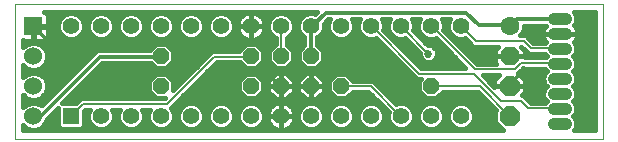
<source format=gtl>
G75*
%MOIN*%
%OFA0B0*%
%FSLAX25Y25*%
%IPPOS*%
%LPD*%
%AMOC8*
5,1,8,0,0,1.08239X$1,22.5*
%
%ADD10C,0.00000*%
%ADD11R,0.05600X0.05600*%
%ADD12C,0.05600*%
%ADD13OC8,0.05200*%
%ADD14OC8,0.06300*%
%ADD15C,0.06300*%
%ADD16OC8,0.06600*%
%ADD17R,0.06000X0.06000*%
%ADD18C,0.06000*%
%ADD19C,0.04000*%
%ADD20C,0.01400*%
%ADD21C,0.02700*%
%ADD22C,0.01600*%
%ADD23C,0.00700*%
D10*
X0042595Y0003750D02*
X0042595Y0048750D01*
X0238845Y0048750D01*
X0238845Y0003750D01*
X0042595Y0003750D01*
D11*
X0061345Y0011250D03*
D12*
X0071345Y0011250D03*
X0081345Y0011250D03*
X0091345Y0011250D03*
X0101345Y0011250D03*
X0111345Y0011250D03*
X0121345Y0011250D03*
X0131345Y0011250D03*
X0141345Y0011250D03*
X0151345Y0011250D03*
X0161345Y0011250D03*
X0171345Y0011250D03*
X0181345Y0011250D03*
X0191345Y0011250D03*
X0191345Y0041250D03*
X0181345Y0041250D03*
X0171345Y0041250D03*
X0161345Y0041250D03*
X0151345Y0041250D03*
X0141345Y0041250D03*
X0131345Y0041250D03*
X0121345Y0041250D03*
X0111345Y0041250D03*
X0101345Y0041250D03*
X0091345Y0041250D03*
X0081345Y0041250D03*
X0071345Y0041250D03*
X0061345Y0041250D03*
D13*
X0091345Y0031250D03*
X0091345Y0021250D03*
X0121345Y0021250D03*
X0131345Y0021250D03*
X0141345Y0021250D03*
X0151345Y0021250D03*
X0141345Y0031250D03*
X0131345Y0031250D03*
X0121345Y0031250D03*
X0181345Y0021250D03*
D14*
X0207595Y0031250D03*
D15*
X0207595Y0041250D03*
D16*
X0207595Y0021250D03*
X0207595Y0011250D03*
D17*
X0048845Y0041250D03*
D18*
X0048845Y0031250D03*
X0048845Y0021250D03*
X0048845Y0011250D03*
D19*
X0222345Y0008750D02*
X0226345Y0008750D01*
X0226345Y0013750D02*
X0222345Y0013750D01*
X0222345Y0018750D02*
X0226345Y0018750D01*
X0226345Y0023750D02*
X0222345Y0023750D01*
X0222345Y0028750D02*
X0226345Y0028750D01*
X0226345Y0033750D02*
X0222345Y0033750D01*
X0222345Y0038750D02*
X0226345Y0038750D01*
X0226345Y0043750D02*
X0222345Y0043750D01*
D20*
X0226345Y0043750D02*
X0226345Y0043650D01*
X0209895Y0043650D01*
X0207795Y0041550D01*
X0207595Y0041250D01*
X0207095Y0041550D01*
X0197295Y0041550D01*
X0193095Y0045750D01*
X0146195Y0045750D01*
X0141995Y0041550D01*
X0141345Y0041250D01*
X0141295Y0041200D01*
X0141295Y0031400D01*
X0141345Y0031250D01*
X0130795Y0021600D02*
X0126395Y0026000D01*
X0126395Y0031950D01*
X0121695Y0036650D01*
X0121345Y0036300D01*
X0054495Y0036300D01*
X0054145Y0035950D01*
X0048845Y0041250D01*
X0054145Y0035950D02*
X0054145Y0032450D01*
X0070895Y0031050D02*
X0091245Y0031050D01*
X0091345Y0031250D01*
X0070895Y0031050D02*
X0051295Y0011450D01*
X0048895Y0011450D01*
X0048845Y0011250D01*
X0121345Y0037000D02*
X0121695Y0036650D01*
X0121345Y0037000D02*
X0121345Y0041250D01*
X0130795Y0021600D02*
X0131345Y0021250D01*
X0131495Y0020900D01*
X0131495Y0011450D01*
X0131345Y0011250D01*
X0131345Y0021250D02*
X0141345Y0021250D01*
X0207595Y0021250D02*
X0207795Y0021250D01*
X0207795Y0021950D01*
X0212345Y0026500D01*
D21*
X0212345Y0026500D03*
X0180495Y0032100D03*
X0175395Y0032450D03*
X0054145Y0032450D03*
D22*
X0053345Y0032145D02*
X0052660Y0033799D01*
X0051394Y0035065D01*
X0049740Y0035750D01*
X0047950Y0035750D01*
X0046296Y0035065D01*
X0045395Y0034164D01*
X0045395Y0036507D01*
X0045608Y0036450D01*
X0048645Y0036450D01*
X0048645Y0041050D01*
X0049045Y0041050D01*
X0049045Y0036450D01*
X0052082Y0036450D01*
X0052540Y0036573D01*
X0052950Y0036810D01*
X0053285Y0037145D01*
X0053522Y0037555D01*
X0053645Y0038013D01*
X0053645Y0041050D01*
X0049045Y0041050D01*
X0049045Y0041450D01*
X0053645Y0041450D01*
X0053645Y0044487D01*
X0053522Y0044945D01*
X0053285Y0045355D01*
X0052950Y0045690D01*
X0052540Y0045927D01*
X0052455Y0045950D01*
X0143284Y0045950D01*
X0142684Y0045350D01*
X0142200Y0045550D01*
X0140490Y0045550D01*
X0138909Y0044895D01*
X0137700Y0043686D01*
X0137045Y0042105D01*
X0137045Y0040395D01*
X0137700Y0038814D01*
X0138909Y0037605D01*
X0139095Y0037528D01*
X0139095Y0034798D01*
X0137245Y0032948D01*
X0137245Y0029552D01*
X0139647Y0027150D01*
X0143043Y0027150D01*
X0145445Y0029552D01*
X0145445Y0032948D01*
X0143495Y0034898D01*
X0143495Y0037486D01*
X0143781Y0037605D01*
X0144990Y0038814D01*
X0145645Y0040395D01*
X0145645Y0042089D01*
X0147106Y0043550D01*
X0147644Y0043550D01*
X0147045Y0042105D01*
X0147045Y0040395D01*
X0147700Y0038814D01*
X0148909Y0037605D01*
X0150490Y0036950D01*
X0152200Y0036950D01*
X0153781Y0037605D01*
X0154990Y0038814D01*
X0155645Y0040395D01*
X0155645Y0042105D01*
X0155047Y0043550D01*
X0157644Y0043550D01*
X0157045Y0042105D01*
X0157045Y0040395D01*
X0157700Y0038814D01*
X0158909Y0037605D01*
X0160490Y0036950D01*
X0162200Y0036950D01*
X0162928Y0037251D01*
X0176579Y0023600D01*
X0177897Y0023600D01*
X0177245Y0022948D01*
X0177245Y0019552D01*
X0179647Y0017150D01*
X0183043Y0017150D01*
X0185293Y0019400D01*
X0196879Y0019400D01*
X0202918Y0013361D01*
X0202795Y0013238D01*
X0202795Y0009262D01*
X0205507Y0006550D01*
X0045395Y0006550D01*
X0045395Y0008336D01*
X0046296Y0007435D01*
X0047950Y0006750D01*
X0049740Y0006750D01*
X0051394Y0007435D01*
X0052660Y0008701D01*
X0053345Y0010355D01*
X0053345Y0010389D01*
X0057045Y0014089D01*
X0057045Y0007829D01*
X0057924Y0006950D01*
X0064766Y0006950D01*
X0065645Y0007829D01*
X0065645Y0012984D01*
X0066111Y0013450D01*
X0067602Y0013450D01*
X0067045Y0012105D01*
X0067045Y0010395D01*
X0067700Y0008814D01*
X0068909Y0007605D01*
X0070490Y0006950D01*
X0072200Y0006950D01*
X0073781Y0007605D01*
X0074990Y0008814D01*
X0075645Y0010395D01*
X0075645Y0012105D01*
X0075088Y0013450D01*
X0077602Y0013450D01*
X0077045Y0012105D01*
X0077045Y0010395D01*
X0077700Y0008814D01*
X0078909Y0007605D01*
X0080490Y0006950D01*
X0082200Y0006950D01*
X0083781Y0007605D01*
X0084990Y0008814D01*
X0085645Y0010395D01*
X0085645Y0012105D01*
X0085088Y0013450D01*
X0087602Y0013450D01*
X0087045Y0012105D01*
X0087045Y0010395D01*
X0087700Y0008814D01*
X0088909Y0007605D01*
X0090490Y0006950D01*
X0092200Y0006950D01*
X0093781Y0007605D01*
X0094990Y0008814D01*
X0095645Y0010395D01*
X0095645Y0012105D01*
X0094990Y0013686D01*
X0094694Y0013982D01*
X0095245Y0014534D01*
X0109911Y0029200D01*
X0117597Y0029200D01*
X0119647Y0027150D01*
X0123043Y0027150D01*
X0125445Y0029552D01*
X0125445Y0032948D01*
X0123043Y0035350D01*
X0119647Y0035350D01*
X0117245Y0032948D01*
X0117245Y0032900D01*
X0108379Y0032900D01*
X0095445Y0019966D01*
X0095445Y0022948D01*
X0093043Y0025350D01*
X0089647Y0025350D01*
X0087245Y0022948D01*
X0087245Y0019552D01*
X0089647Y0017150D01*
X0092629Y0017150D01*
X0092629Y0017150D01*
X0064579Y0017150D01*
X0062979Y0015550D01*
X0058506Y0015550D01*
X0071806Y0028850D01*
X0087947Y0028850D01*
X0089647Y0027150D01*
X0093043Y0027150D01*
X0095445Y0029552D01*
X0095445Y0032948D01*
X0093043Y0035350D01*
X0089647Y0035350D01*
X0087547Y0033250D01*
X0069984Y0033250D01*
X0068695Y0031961D01*
X0051596Y0014863D01*
X0051394Y0015065D01*
X0049740Y0015750D01*
X0047950Y0015750D01*
X0046296Y0015065D01*
X0045395Y0014164D01*
X0045395Y0018336D01*
X0046296Y0017435D01*
X0047950Y0016750D01*
X0049740Y0016750D01*
X0051394Y0017435D01*
X0052660Y0018701D01*
X0053345Y0020355D01*
X0053345Y0022145D01*
X0052660Y0023799D01*
X0051394Y0025065D01*
X0049740Y0025750D01*
X0047950Y0025750D01*
X0046296Y0025065D01*
X0045395Y0024164D01*
X0045395Y0028336D01*
X0046296Y0027435D01*
X0047950Y0026750D01*
X0049740Y0026750D01*
X0051394Y0027435D01*
X0052660Y0028701D01*
X0053345Y0030355D01*
X0053345Y0032145D01*
X0053189Y0032523D02*
X0069257Y0032523D01*
X0067659Y0030925D02*
X0053345Y0030925D01*
X0052919Y0029326D02*
X0066060Y0029326D01*
X0064462Y0027728D02*
X0051687Y0027728D01*
X0046003Y0027728D02*
X0045395Y0027728D01*
X0045395Y0026129D02*
X0062863Y0026129D01*
X0061265Y0024531D02*
X0051928Y0024531D01*
X0053019Y0022932D02*
X0059666Y0022932D01*
X0058068Y0021334D02*
X0053345Y0021334D01*
X0053088Y0019735D02*
X0056469Y0019735D01*
X0054870Y0018137D02*
X0052096Y0018137D01*
X0053272Y0016538D02*
X0045395Y0016538D01*
X0045395Y0018137D02*
X0045595Y0018137D01*
X0045395Y0014940D02*
X0046171Y0014940D01*
X0051520Y0014940D02*
X0051673Y0014940D01*
X0056297Y0013341D02*
X0057045Y0013341D01*
X0057045Y0011743D02*
X0054699Y0011743D01*
X0053258Y0010144D02*
X0057045Y0010144D01*
X0057045Y0008546D02*
X0052505Y0008546D01*
X0050216Y0006947D02*
X0129702Y0006947D01*
X0129579Y0006987D02*
X0130268Y0006763D01*
X0130983Y0006650D01*
X0131345Y0006650D01*
X0131345Y0011250D01*
X0131345Y0011250D01*
X0126745Y0011250D01*
X0126745Y0011612D01*
X0126858Y0012327D01*
X0127082Y0013016D01*
X0127411Y0013661D01*
X0127836Y0014247D01*
X0128348Y0014759D01*
X0128934Y0015184D01*
X0129579Y0015513D01*
X0130268Y0015737D01*
X0130983Y0015850D01*
X0131345Y0015850D01*
X0131345Y0011250D01*
X0126745Y0011250D01*
X0126745Y0010888D01*
X0126858Y0010173D01*
X0127082Y0009484D01*
X0127411Y0008839D01*
X0127836Y0008253D01*
X0128348Y0007741D01*
X0128934Y0007316D01*
X0129579Y0006987D01*
X0131345Y0006947D02*
X0131345Y0006947D01*
X0131345Y0006650D02*
X0131707Y0006650D01*
X0132422Y0006763D01*
X0133111Y0006987D01*
X0133756Y0007316D01*
X0134342Y0007741D01*
X0134854Y0008253D01*
X0135279Y0008839D01*
X0135608Y0009484D01*
X0135832Y0010173D01*
X0135945Y0010888D01*
X0135945Y0011250D01*
X0135945Y0011612D01*
X0135832Y0012327D01*
X0135608Y0013016D01*
X0135279Y0013661D01*
X0134854Y0014247D01*
X0134342Y0014759D01*
X0133756Y0015184D01*
X0133111Y0015513D01*
X0132422Y0015737D01*
X0131707Y0015850D01*
X0131345Y0015850D01*
X0131345Y0011250D01*
X0131345Y0011250D01*
X0131345Y0011250D01*
X0131345Y0006650D01*
X0132988Y0006947D02*
X0205110Y0006947D01*
X0203511Y0008546D02*
X0194722Y0008546D01*
X0194990Y0008814D02*
X0195645Y0010395D01*
X0195645Y0012105D01*
X0194990Y0013686D01*
X0193781Y0014895D01*
X0192200Y0015550D01*
X0190490Y0015550D01*
X0188909Y0014895D01*
X0187700Y0013686D01*
X0187045Y0012105D01*
X0187045Y0010395D01*
X0187700Y0008814D01*
X0188909Y0007605D01*
X0190490Y0006950D01*
X0192200Y0006950D01*
X0193781Y0007605D01*
X0194990Y0008814D01*
X0195541Y0010144D02*
X0202795Y0010144D01*
X0202795Y0011743D02*
X0195645Y0011743D01*
X0195133Y0013341D02*
X0202898Y0013341D01*
X0201339Y0014940D02*
X0193674Y0014940D01*
X0189016Y0014940D02*
X0183674Y0014940D01*
X0183781Y0014895D02*
X0182200Y0015550D01*
X0180490Y0015550D01*
X0178909Y0014895D01*
X0177700Y0013686D01*
X0177045Y0012105D01*
X0177045Y0010395D01*
X0177700Y0008814D01*
X0178909Y0007605D01*
X0180490Y0006950D01*
X0182200Y0006950D01*
X0183781Y0007605D01*
X0184990Y0008814D01*
X0185645Y0010395D01*
X0185645Y0012105D01*
X0184990Y0013686D01*
X0183781Y0014895D01*
X0185133Y0013341D02*
X0187557Y0013341D01*
X0187045Y0011743D02*
X0185645Y0011743D01*
X0185541Y0010144D02*
X0187149Y0010144D01*
X0187968Y0008546D02*
X0184722Y0008546D01*
X0177968Y0008546D02*
X0174722Y0008546D01*
X0174990Y0008814D02*
X0175645Y0010395D01*
X0175645Y0012105D01*
X0174990Y0013686D01*
X0173781Y0014895D01*
X0172200Y0015550D01*
X0170490Y0015550D01*
X0169833Y0015278D01*
X0162011Y0023100D01*
X0155293Y0023100D01*
X0153043Y0025350D01*
X0149647Y0025350D01*
X0147245Y0022948D01*
X0147245Y0019552D01*
X0149647Y0017150D01*
X0153043Y0017150D01*
X0155293Y0019400D01*
X0160479Y0019400D01*
X0167258Y0012620D01*
X0167045Y0012105D01*
X0167045Y0010395D01*
X0167700Y0008814D01*
X0168909Y0007605D01*
X0170490Y0006950D01*
X0172200Y0006950D01*
X0173781Y0007605D01*
X0174990Y0008814D01*
X0175541Y0010144D02*
X0177149Y0010144D01*
X0177045Y0011743D02*
X0175645Y0011743D01*
X0175133Y0013341D02*
X0177557Y0013341D01*
X0179016Y0014940D02*
X0173674Y0014940D01*
X0168573Y0016538D02*
X0199741Y0016538D01*
X0198142Y0018137D02*
X0184030Y0018137D01*
X0178660Y0018137D02*
X0166975Y0018137D01*
X0165376Y0019735D02*
X0177245Y0019735D01*
X0177245Y0021334D02*
X0163778Y0021334D01*
X0162179Y0022932D02*
X0177245Y0022932D01*
X0175648Y0024531D02*
X0153863Y0024531D01*
X0148828Y0024531D02*
X0144287Y0024531D01*
X0143168Y0025650D02*
X0141345Y0025650D01*
X0139523Y0025650D01*
X0136945Y0023073D01*
X0136945Y0021250D01*
X0141345Y0021250D01*
X0141345Y0021250D01*
X0136945Y0021250D01*
X0136945Y0019427D01*
X0139523Y0016850D01*
X0141345Y0016850D01*
X0141345Y0021250D01*
X0141345Y0025650D01*
X0141345Y0021250D01*
X0141345Y0021250D01*
X0141345Y0021250D01*
X0141345Y0016850D01*
X0143168Y0016850D01*
X0145745Y0019427D01*
X0145745Y0021250D01*
X0145745Y0023073D01*
X0143168Y0025650D01*
X0141345Y0024531D02*
X0141345Y0024531D01*
X0138403Y0024531D02*
X0134287Y0024531D01*
X0133168Y0025650D02*
X0131345Y0025650D01*
X0129523Y0025650D01*
X0126945Y0023073D01*
X0126945Y0021250D01*
X0131345Y0021250D01*
X0131345Y0021250D01*
X0126945Y0021250D01*
X0126945Y0019427D01*
X0129523Y0016850D01*
X0131345Y0016850D01*
X0131345Y0021250D01*
X0131345Y0025650D01*
X0131345Y0021250D01*
X0131345Y0021250D01*
X0131345Y0021250D01*
X0131345Y0016850D01*
X0133168Y0016850D01*
X0135745Y0019427D01*
X0135745Y0021250D01*
X0135745Y0023073D01*
X0133168Y0025650D01*
X0133043Y0027150D02*
X0129647Y0027150D01*
X0127245Y0029552D01*
X0127245Y0032948D01*
X0129645Y0035348D01*
X0129645Y0037300D01*
X0128909Y0037605D01*
X0127700Y0038814D01*
X0127045Y0040395D01*
X0127045Y0042105D01*
X0127700Y0043686D01*
X0128909Y0044895D01*
X0130490Y0045550D01*
X0132200Y0045550D01*
X0133781Y0044895D01*
X0134990Y0043686D01*
X0135645Y0042105D01*
X0135645Y0040395D01*
X0134990Y0038814D01*
X0133781Y0037605D01*
X0133345Y0037424D01*
X0133345Y0035048D01*
X0135445Y0032948D01*
X0135445Y0029552D01*
X0133043Y0027150D01*
X0133621Y0027728D02*
X0139069Y0027728D01*
X0137471Y0029326D02*
X0135220Y0029326D01*
X0135445Y0030925D02*
X0137245Y0030925D01*
X0137245Y0032523D02*
X0135445Y0032523D01*
X0134272Y0034122D02*
X0138419Y0034122D01*
X0139095Y0035720D02*
X0133345Y0035720D01*
X0133345Y0037319D02*
X0139095Y0037319D01*
X0137657Y0038917D02*
X0135033Y0038917D01*
X0135645Y0040516D02*
X0137045Y0040516D01*
X0137049Y0042114D02*
X0135641Y0042114D01*
X0134963Y0043713D02*
X0137727Y0043713D01*
X0139914Y0045311D02*
X0132777Y0045311D01*
X0129914Y0045311D02*
X0123507Y0045311D01*
X0123756Y0045184D02*
X0123111Y0045513D01*
X0122422Y0045737D01*
X0121707Y0045850D01*
X0121345Y0045850D01*
X0120983Y0045850D01*
X0120268Y0045737D01*
X0119579Y0045513D01*
X0118934Y0045184D01*
X0118348Y0044759D01*
X0117836Y0044247D01*
X0117411Y0043661D01*
X0117082Y0043016D01*
X0116858Y0042327D01*
X0116745Y0041612D01*
X0116745Y0041250D01*
X0121345Y0041250D01*
X0121345Y0041250D01*
X0116745Y0041250D01*
X0116745Y0040888D01*
X0116858Y0040173D01*
X0117082Y0039484D01*
X0117411Y0038839D01*
X0117836Y0038253D01*
X0118348Y0037741D01*
X0118934Y0037316D01*
X0119579Y0036987D01*
X0120268Y0036763D01*
X0120983Y0036650D01*
X0121345Y0036650D01*
X0121345Y0041250D01*
X0121345Y0045850D01*
X0121345Y0041250D01*
X0121345Y0041250D01*
X0121345Y0041250D01*
X0121345Y0036650D01*
X0121707Y0036650D01*
X0122422Y0036763D01*
X0123111Y0036987D01*
X0123756Y0037316D01*
X0124342Y0037741D01*
X0124854Y0038253D01*
X0125279Y0038839D01*
X0125608Y0039484D01*
X0125832Y0040173D01*
X0125945Y0040888D01*
X0125945Y0041250D01*
X0125945Y0041612D01*
X0125832Y0042327D01*
X0125608Y0043016D01*
X0125279Y0043661D01*
X0124854Y0044247D01*
X0124342Y0044759D01*
X0123756Y0045184D01*
X0125242Y0043713D02*
X0127727Y0043713D01*
X0127049Y0042114D02*
X0125866Y0042114D01*
X0125945Y0041250D02*
X0121345Y0041250D01*
X0121345Y0041250D01*
X0125945Y0041250D01*
X0125886Y0040516D02*
X0127045Y0040516D01*
X0127657Y0038917D02*
X0125319Y0038917D01*
X0123760Y0037319D02*
X0129600Y0037319D01*
X0129645Y0035720D02*
X0049812Y0035720D01*
X0049045Y0037319D02*
X0048645Y0037319D01*
X0047878Y0035720D02*
X0045395Y0035720D01*
X0052337Y0034122D02*
X0088419Y0034122D01*
X0094272Y0034122D02*
X0118419Y0034122D01*
X0124272Y0034122D02*
X0128419Y0034122D01*
X0127245Y0032523D02*
X0125445Y0032523D01*
X0125445Y0030925D02*
X0127245Y0030925D01*
X0127471Y0029326D02*
X0125220Y0029326D01*
X0123621Y0027728D02*
X0129069Y0027728D01*
X0125445Y0022948D02*
X0123043Y0025350D01*
X0119647Y0025350D01*
X0117245Y0022948D01*
X0117245Y0019552D01*
X0119647Y0017150D01*
X0123043Y0017150D01*
X0125445Y0019552D01*
X0125445Y0022948D01*
X0125445Y0022932D02*
X0126945Y0022932D01*
X0126945Y0021334D02*
X0125445Y0021334D01*
X0125445Y0019735D02*
X0126945Y0019735D01*
X0128236Y0018137D02*
X0124030Y0018137D01*
X0122200Y0015550D02*
X0120490Y0015550D01*
X0118909Y0014895D01*
X0117700Y0013686D01*
X0117045Y0012105D01*
X0117045Y0010395D01*
X0117700Y0008814D01*
X0118909Y0007605D01*
X0120490Y0006950D01*
X0122200Y0006950D01*
X0123781Y0007605D01*
X0124990Y0008814D01*
X0125645Y0010395D01*
X0125645Y0012105D01*
X0124990Y0013686D01*
X0123781Y0014895D01*
X0122200Y0015550D01*
X0123674Y0014940D02*
X0128597Y0014940D01*
X0127248Y0013341D02*
X0125133Y0013341D01*
X0125645Y0011743D02*
X0126766Y0011743D01*
X0126868Y0010144D02*
X0125541Y0010144D01*
X0124722Y0008546D02*
X0127624Y0008546D01*
X0131345Y0008546D02*
X0131345Y0008546D01*
X0135066Y0008546D02*
X0137968Y0008546D01*
X0137700Y0008814D02*
X0138909Y0007605D01*
X0140490Y0006950D01*
X0142200Y0006950D01*
X0143781Y0007605D01*
X0144990Y0008814D01*
X0145645Y0010395D01*
X0145645Y0012105D01*
X0144990Y0013686D01*
X0143781Y0014895D01*
X0142200Y0015550D01*
X0140490Y0015550D01*
X0138909Y0014895D01*
X0137700Y0013686D01*
X0137045Y0012105D01*
X0137045Y0010395D01*
X0137700Y0008814D01*
X0137149Y0010144D02*
X0135823Y0010144D01*
X0135945Y0011250D02*
X0131345Y0011250D01*
X0135945Y0011250D01*
X0135924Y0011743D02*
X0137045Y0011743D01*
X0137557Y0013341D02*
X0135442Y0013341D01*
X0134093Y0014940D02*
X0139016Y0014940D01*
X0143674Y0014940D02*
X0149016Y0014940D01*
X0148909Y0014895D02*
X0147700Y0013686D01*
X0147045Y0012105D01*
X0147045Y0010395D01*
X0147700Y0008814D01*
X0148909Y0007605D01*
X0150490Y0006950D01*
X0152200Y0006950D01*
X0153781Y0007605D01*
X0154990Y0008814D01*
X0155645Y0010395D01*
X0155645Y0012105D01*
X0154990Y0013686D01*
X0153781Y0014895D01*
X0152200Y0015550D01*
X0150490Y0015550D01*
X0148909Y0014895D01*
X0147557Y0013341D02*
X0145133Y0013341D01*
X0145645Y0011743D02*
X0147045Y0011743D01*
X0147149Y0010144D02*
X0145541Y0010144D01*
X0144722Y0008546D02*
X0147968Y0008546D01*
X0154722Y0008546D02*
X0157968Y0008546D01*
X0157700Y0008814D02*
X0158909Y0007605D01*
X0160490Y0006950D01*
X0162200Y0006950D01*
X0163781Y0007605D01*
X0164990Y0008814D01*
X0165645Y0010395D01*
X0165645Y0012105D01*
X0164990Y0013686D01*
X0163781Y0014895D01*
X0162200Y0015550D01*
X0160490Y0015550D01*
X0158909Y0014895D01*
X0157700Y0013686D01*
X0157045Y0012105D01*
X0157045Y0010395D01*
X0157700Y0008814D01*
X0157149Y0010144D02*
X0155541Y0010144D01*
X0155645Y0011743D02*
X0157045Y0011743D01*
X0157557Y0013341D02*
X0155133Y0013341D01*
X0153674Y0014940D02*
X0159016Y0014940D01*
X0163674Y0014940D02*
X0164939Y0014940D01*
X0165133Y0013341D02*
X0166538Y0013341D01*
X0167045Y0011743D02*
X0165645Y0011743D01*
X0165541Y0010144D02*
X0167149Y0010144D01*
X0167968Y0008546D02*
X0164722Y0008546D01*
X0163341Y0016538D02*
X0097250Y0016538D01*
X0098848Y0018137D02*
X0118660Y0018137D01*
X0117245Y0019735D02*
X0100447Y0019735D01*
X0102045Y0021334D02*
X0117245Y0021334D01*
X0117245Y0022932D02*
X0103644Y0022932D01*
X0098411Y0022932D02*
X0095445Y0022932D01*
X0095445Y0021334D02*
X0096812Y0021334D01*
X0093863Y0024531D02*
X0100010Y0024531D01*
X0101608Y0026129D02*
X0069086Y0026129D01*
X0067487Y0024531D02*
X0088828Y0024531D01*
X0087245Y0022932D02*
X0065889Y0022932D01*
X0064290Y0021334D02*
X0087245Y0021334D01*
X0087245Y0019735D02*
X0062692Y0019735D01*
X0061093Y0018137D02*
X0088660Y0018137D01*
X0095651Y0014940D02*
X0099016Y0014940D01*
X0098909Y0014895D02*
X0097700Y0013686D01*
X0097045Y0012105D01*
X0097045Y0010395D01*
X0097700Y0008814D01*
X0098909Y0007605D01*
X0100490Y0006950D01*
X0102200Y0006950D01*
X0103781Y0007605D01*
X0104990Y0008814D01*
X0105645Y0010395D01*
X0105645Y0012105D01*
X0104990Y0013686D01*
X0103781Y0014895D01*
X0102200Y0015550D01*
X0100490Y0015550D01*
X0098909Y0014895D01*
X0097557Y0013341D02*
X0095133Y0013341D01*
X0095645Y0011743D02*
X0097045Y0011743D01*
X0097149Y0010144D02*
X0095541Y0010144D01*
X0094722Y0008546D02*
X0097968Y0008546D01*
X0104722Y0008546D02*
X0107968Y0008546D01*
X0107700Y0008814D02*
X0108909Y0007605D01*
X0110490Y0006950D01*
X0112200Y0006950D01*
X0113781Y0007605D01*
X0114990Y0008814D01*
X0115645Y0010395D01*
X0115645Y0012105D01*
X0114990Y0013686D01*
X0113781Y0014895D01*
X0112200Y0015550D01*
X0110490Y0015550D01*
X0108909Y0014895D01*
X0107700Y0013686D01*
X0107045Y0012105D01*
X0107045Y0010395D01*
X0107700Y0008814D01*
X0107149Y0010144D02*
X0105541Y0010144D01*
X0105645Y0011743D02*
X0107045Y0011743D01*
X0107557Y0013341D02*
X0105133Y0013341D01*
X0103674Y0014940D02*
X0109016Y0014940D01*
X0113674Y0014940D02*
X0119016Y0014940D01*
X0117557Y0013341D02*
X0115133Y0013341D01*
X0115645Y0011743D02*
X0117045Y0011743D01*
X0117149Y0010144D02*
X0115541Y0010144D01*
X0114722Y0008546D02*
X0117968Y0008546D01*
X0131345Y0010144D02*
X0131345Y0010144D01*
X0131345Y0011250D02*
X0131345Y0011250D01*
X0131345Y0011743D02*
X0131345Y0011743D01*
X0131345Y0013341D02*
X0131345Y0013341D01*
X0131345Y0014940D02*
X0131345Y0014940D01*
X0131345Y0018137D02*
X0131345Y0018137D01*
X0134454Y0018137D02*
X0138236Y0018137D01*
X0141345Y0018137D02*
X0141345Y0018137D01*
X0144454Y0018137D02*
X0148660Y0018137D01*
X0147245Y0019735D02*
X0145745Y0019735D01*
X0145745Y0021250D02*
X0141345Y0021250D01*
X0145745Y0021250D01*
X0145745Y0021334D02*
X0147245Y0021334D01*
X0147245Y0022932D02*
X0145745Y0022932D01*
X0141345Y0022932D02*
X0141345Y0022932D01*
X0141345Y0021334D02*
X0141345Y0021334D01*
X0141345Y0021250D02*
X0141345Y0021250D01*
X0141345Y0019735D02*
X0141345Y0019735D01*
X0136945Y0019735D02*
X0135745Y0019735D01*
X0135745Y0021250D02*
X0131345Y0021250D01*
X0135745Y0021250D01*
X0135745Y0021334D02*
X0136945Y0021334D01*
X0136945Y0022932D02*
X0135745Y0022932D01*
X0131345Y0022932D02*
X0131345Y0022932D01*
X0131345Y0021334D02*
X0131345Y0021334D01*
X0131345Y0021250D02*
X0131345Y0021250D01*
X0131345Y0019735D02*
X0131345Y0019735D01*
X0131345Y0024531D02*
X0131345Y0024531D01*
X0128403Y0024531D02*
X0123863Y0024531D01*
X0118828Y0024531D02*
X0105242Y0024531D01*
X0106841Y0026129D02*
X0174050Y0026129D01*
X0178111Y0027300D02*
X0165461Y0039950D01*
X0165645Y0040395D01*
X0165645Y0042105D01*
X0165047Y0043550D01*
X0167644Y0043550D01*
X0167045Y0042105D01*
X0167045Y0040395D01*
X0167700Y0038814D01*
X0168909Y0037605D01*
X0170490Y0036950D01*
X0172200Y0036950D01*
X0172786Y0037193D01*
X0177645Y0032334D01*
X0177645Y0031533D01*
X0178079Y0030486D01*
X0178881Y0029684D01*
X0179928Y0029250D01*
X0181062Y0029250D01*
X0182110Y0029684D01*
X0182911Y0030486D01*
X0183345Y0031533D01*
X0183345Y0032667D01*
X0182911Y0033714D01*
X0182110Y0034516D01*
X0181062Y0034950D01*
X0180261Y0034950D01*
X0175402Y0039809D01*
X0175645Y0040395D01*
X0175645Y0042105D01*
X0175047Y0043550D01*
X0177644Y0043550D01*
X0177045Y0042105D01*
X0177045Y0040395D01*
X0177700Y0038814D01*
X0178909Y0037605D01*
X0180490Y0036950D01*
X0182200Y0036950D01*
X0182892Y0037237D01*
X0192829Y0027300D01*
X0178111Y0027300D01*
X0177684Y0027728D02*
X0192401Y0027728D01*
X0190803Y0029326D02*
X0181246Y0029326D01*
X0179744Y0029326D02*
X0176085Y0029326D01*
X0174487Y0030925D02*
X0177897Y0030925D01*
X0177456Y0032523D02*
X0172888Y0032523D01*
X0171290Y0034122D02*
X0175857Y0034122D01*
X0174259Y0035720D02*
X0169691Y0035720D01*
X0169600Y0037319D02*
X0168093Y0037319D01*
X0164459Y0035720D02*
X0143495Y0035720D01*
X0143495Y0037319D02*
X0149600Y0037319D01*
X0153091Y0037319D02*
X0159600Y0037319D01*
X0157657Y0038917D02*
X0155033Y0038917D01*
X0155645Y0040516D02*
X0157045Y0040516D01*
X0157049Y0042114D02*
X0155641Y0042114D01*
X0147049Y0042114D02*
X0145671Y0042114D01*
X0145645Y0040516D02*
X0147045Y0040516D01*
X0147657Y0038917D02*
X0145033Y0038917D01*
X0144272Y0034122D02*
X0166057Y0034122D01*
X0167656Y0032523D02*
X0145445Y0032523D01*
X0145445Y0030925D02*
X0169254Y0030925D01*
X0170853Y0029326D02*
X0145220Y0029326D01*
X0143621Y0027728D02*
X0172451Y0027728D01*
X0183093Y0030925D02*
X0189204Y0030925D01*
X0187606Y0032523D02*
X0183345Y0032523D01*
X0182504Y0034122D02*
X0186007Y0034122D01*
X0184409Y0035720D02*
X0179491Y0035720D01*
X0179600Y0037319D02*
X0177893Y0037319D01*
X0177657Y0038917D02*
X0176294Y0038917D01*
X0175645Y0040516D02*
X0177045Y0040516D01*
X0177049Y0042114D02*
X0175641Y0042114D01*
X0167049Y0042114D02*
X0165641Y0042114D01*
X0165645Y0040516D02*
X0167045Y0040516D01*
X0166494Y0038917D02*
X0167657Y0038917D01*
X0185446Y0039915D02*
X0185645Y0040395D01*
X0185645Y0042105D01*
X0185047Y0043550D01*
X0187644Y0043550D01*
X0187045Y0042105D01*
X0187045Y0040395D01*
X0187700Y0038814D01*
X0188909Y0037605D01*
X0190490Y0036950D01*
X0192200Y0036950D01*
X0192751Y0037178D01*
X0195479Y0034450D01*
X0203795Y0034450D01*
X0202645Y0033300D01*
X0202645Y0031250D01*
X0207595Y0031250D01*
X0207595Y0031250D01*
X0202645Y0031250D01*
X0202645Y0029200D01*
X0203145Y0028700D01*
X0196661Y0028700D01*
X0185446Y0039915D01*
X0185645Y0040516D02*
X0187045Y0040516D01*
X0186444Y0038917D02*
X0187657Y0038917D01*
X0188043Y0037319D02*
X0189600Y0037319D01*
X0189641Y0035720D02*
X0194209Y0035720D01*
X0191240Y0034122D02*
X0203467Y0034122D01*
X0202645Y0032523D02*
X0192838Y0032523D01*
X0194437Y0030925D02*
X0202645Y0030925D01*
X0207595Y0031250D02*
X0207595Y0031250D01*
X0212545Y0031250D01*
X0212545Y0030800D01*
X0219445Y0030800D01*
X0219895Y0031250D01*
X0219378Y0031767D01*
X0219282Y0032000D01*
X0213929Y0032000D01*
X0211479Y0034450D01*
X0211395Y0034450D01*
X0212545Y0033300D01*
X0212545Y0031250D01*
X0207595Y0031250D01*
X0212545Y0030925D02*
X0219570Y0030925D01*
X0213406Y0032523D02*
X0212545Y0032523D01*
X0211807Y0034122D02*
X0211724Y0034122D01*
X0214095Y0037066D02*
X0215461Y0035700D01*
X0219364Y0035700D01*
X0219378Y0035733D01*
X0219683Y0036038D01*
X0219393Y0036328D01*
X0218978Y0036950D01*
X0218691Y0037642D01*
X0218545Y0038376D01*
X0218545Y0038750D01*
X0226345Y0038750D01*
X0226345Y0038750D01*
X0218545Y0038750D01*
X0218545Y0039124D01*
X0218691Y0039858D01*
X0218978Y0040550D01*
X0219393Y0041172D01*
X0219671Y0041450D01*
X0212245Y0041450D01*
X0212245Y0040325D01*
X0211537Y0038616D01*
X0211071Y0038150D01*
X0213011Y0038150D01*
X0214095Y0037066D01*
X0213843Y0037319D02*
X0218825Y0037319D01*
X0219373Y0035720D02*
X0215441Y0035720D01*
X0218545Y0038917D02*
X0211662Y0038917D01*
X0212245Y0040516D02*
X0218963Y0040516D01*
X0226345Y0038750D02*
X0230145Y0038750D01*
X0230145Y0039124D01*
X0229999Y0039858D01*
X0229713Y0040550D01*
X0229297Y0041172D01*
X0229007Y0041462D01*
X0229312Y0041767D01*
X0229845Y0043054D01*
X0229845Y0044446D01*
X0229312Y0045733D01*
X0229095Y0045950D01*
X0236045Y0045950D01*
X0236045Y0006550D01*
X0229095Y0006550D01*
X0229312Y0006767D01*
X0229845Y0008054D01*
X0229845Y0009446D01*
X0229312Y0010733D01*
X0228795Y0011250D01*
X0229312Y0011767D01*
X0229845Y0013054D01*
X0229845Y0014446D01*
X0229312Y0015733D01*
X0228795Y0016250D01*
X0229312Y0016767D01*
X0229845Y0018054D01*
X0229845Y0019446D01*
X0229312Y0020733D01*
X0228795Y0021250D01*
X0229312Y0021767D01*
X0229845Y0023054D01*
X0229845Y0024446D01*
X0229312Y0025733D01*
X0228795Y0026250D01*
X0229312Y0026767D01*
X0229845Y0028054D01*
X0229845Y0029446D01*
X0229312Y0030733D01*
X0228795Y0031250D01*
X0229312Y0031767D01*
X0229845Y0033054D01*
X0229845Y0034446D01*
X0229312Y0035733D01*
X0229007Y0036038D01*
X0229297Y0036328D01*
X0229713Y0036950D01*
X0229999Y0037642D01*
X0230145Y0038376D01*
X0230145Y0038750D01*
X0226345Y0038750D01*
X0226345Y0038750D01*
X0230145Y0038917D02*
X0236045Y0038917D01*
X0236045Y0040516D02*
X0229727Y0040516D01*
X0229456Y0042114D02*
X0236045Y0042114D01*
X0236045Y0043713D02*
X0229845Y0043713D01*
X0229487Y0045311D02*
X0236045Y0045311D01*
X0236045Y0037319D02*
X0229865Y0037319D01*
X0229317Y0035720D02*
X0236045Y0035720D01*
X0236045Y0034122D02*
X0229845Y0034122D01*
X0229625Y0032523D02*
X0236045Y0032523D01*
X0236045Y0030925D02*
X0229120Y0030925D01*
X0229845Y0029326D02*
X0236045Y0029326D01*
X0236045Y0027728D02*
X0229710Y0027728D01*
X0228916Y0026129D02*
X0236045Y0026129D01*
X0236045Y0024531D02*
X0229810Y0024531D01*
X0229795Y0022932D02*
X0236045Y0022932D01*
X0236045Y0021334D02*
X0228879Y0021334D01*
X0229725Y0019735D02*
X0236045Y0019735D01*
X0236045Y0018137D02*
X0229845Y0018137D01*
X0229083Y0016538D02*
X0236045Y0016538D01*
X0236045Y0014940D02*
X0229641Y0014940D01*
X0229845Y0013341D02*
X0236045Y0013341D01*
X0236045Y0011743D02*
X0229287Y0011743D01*
X0229556Y0010144D02*
X0236045Y0010144D01*
X0236045Y0008546D02*
X0229845Y0008546D01*
X0229387Y0006947D02*
X0236045Y0006947D01*
X0219895Y0016250D02*
X0219395Y0015750D01*
X0214561Y0015750D01*
X0213245Y0017066D01*
X0212161Y0018150D01*
X0211708Y0018150D01*
X0212695Y0019138D01*
X0212695Y0021250D01*
X0212695Y0023362D01*
X0210510Y0025548D01*
X0211045Y0026084D01*
X0212061Y0027100D01*
X0219240Y0027100D01*
X0219378Y0026767D01*
X0219895Y0026250D01*
X0219378Y0025733D01*
X0218845Y0024446D01*
X0218845Y0023054D01*
X0219378Y0021767D01*
X0219895Y0021250D01*
X0219378Y0020733D01*
X0218845Y0019446D01*
X0218845Y0018054D01*
X0219378Y0016767D01*
X0219895Y0016250D01*
X0219607Y0016538D02*
X0213773Y0016538D01*
X0212175Y0018137D02*
X0218845Y0018137D01*
X0218965Y0019735D02*
X0212695Y0019735D01*
X0212695Y0021250D02*
X0207595Y0021250D01*
X0207595Y0021250D01*
X0202495Y0021250D01*
X0202495Y0023362D01*
X0204133Y0025000D01*
X0198611Y0025000D01*
X0202495Y0021116D01*
X0202495Y0021250D01*
X0207595Y0021250D01*
X0212695Y0021250D01*
X0212695Y0021334D02*
X0219812Y0021334D01*
X0218896Y0022932D02*
X0212695Y0022932D01*
X0211527Y0024531D02*
X0218880Y0024531D01*
X0219775Y0026129D02*
X0211091Y0026129D01*
X0203663Y0024531D02*
X0199081Y0024531D01*
X0200679Y0022932D02*
X0202495Y0022932D01*
X0202495Y0021334D02*
X0202278Y0021334D01*
X0207595Y0021250D02*
X0207595Y0021250D01*
X0202645Y0029326D02*
X0196035Y0029326D01*
X0161742Y0018137D02*
X0154030Y0018137D01*
X0119069Y0027728D02*
X0108439Y0027728D01*
X0104805Y0029326D02*
X0095220Y0029326D01*
X0093621Y0027728D02*
X0103207Y0027728D01*
X0106404Y0030925D02*
X0095445Y0030925D01*
X0095445Y0032523D02*
X0108002Y0032523D01*
X0109600Y0037319D02*
X0103091Y0037319D01*
X0103781Y0037605D02*
X0102200Y0036950D01*
X0100490Y0036950D01*
X0098909Y0037605D01*
X0097700Y0038814D01*
X0097045Y0040395D01*
X0097045Y0042105D01*
X0097700Y0043686D01*
X0098909Y0044895D01*
X0100490Y0045550D01*
X0102200Y0045550D01*
X0103781Y0044895D01*
X0104990Y0043686D01*
X0105645Y0042105D01*
X0105645Y0040395D01*
X0104990Y0038814D01*
X0103781Y0037605D01*
X0105033Y0038917D02*
X0107657Y0038917D01*
X0107700Y0038814D02*
X0108909Y0037605D01*
X0110490Y0036950D01*
X0112200Y0036950D01*
X0113781Y0037605D01*
X0114990Y0038814D01*
X0115645Y0040395D01*
X0115645Y0042105D01*
X0114990Y0043686D01*
X0113781Y0044895D01*
X0112200Y0045550D01*
X0110490Y0045550D01*
X0108909Y0044895D01*
X0107700Y0043686D01*
X0107045Y0042105D01*
X0107045Y0040395D01*
X0107700Y0038814D01*
X0107045Y0040516D02*
X0105645Y0040516D01*
X0105641Y0042114D02*
X0107049Y0042114D01*
X0107727Y0043713D02*
X0104963Y0043713D01*
X0102777Y0045311D02*
X0109914Y0045311D01*
X0112777Y0045311D02*
X0119184Y0045311D01*
X0121345Y0045311D02*
X0121345Y0045311D01*
X0121345Y0043713D02*
X0121345Y0043713D01*
X0117449Y0043713D02*
X0114963Y0043713D01*
X0115641Y0042114D02*
X0116825Y0042114D01*
X0121345Y0042114D02*
X0121345Y0042114D01*
X0121345Y0040516D02*
X0121345Y0040516D01*
X0121345Y0038917D02*
X0121345Y0038917D01*
X0117371Y0038917D02*
X0115033Y0038917D01*
X0115645Y0040516D02*
X0116804Y0040516D01*
X0118930Y0037319D02*
X0113091Y0037319D01*
X0121345Y0037319D02*
X0121345Y0037319D01*
X0099600Y0037319D02*
X0093091Y0037319D01*
X0093781Y0037605D02*
X0094990Y0038814D01*
X0095645Y0040395D01*
X0095645Y0042105D01*
X0094990Y0043686D01*
X0093781Y0044895D01*
X0092200Y0045550D01*
X0090490Y0045550D01*
X0088909Y0044895D01*
X0087700Y0043686D01*
X0087045Y0042105D01*
X0087045Y0040395D01*
X0087700Y0038814D01*
X0088909Y0037605D01*
X0090490Y0036950D01*
X0092200Y0036950D01*
X0093781Y0037605D01*
X0095033Y0038917D02*
X0097657Y0038917D01*
X0097045Y0040516D02*
X0095645Y0040516D01*
X0095641Y0042114D02*
X0097049Y0042114D01*
X0097727Y0043713D02*
X0094963Y0043713D01*
X0092777Y0045311D02*
X0099914Y0045311D01*
X0089914Y0045311D02*
X0082777Y0045311D01*
X0082200Y0045550D02*
X0080490Y0045550D01*
X0078909Y0044895D01*
X0077700Y0043686D01*
X0077045Y0042105D01*
X0077045Y0040395D01*
X0077700Y0038814D01*
X0078909Y0037605D01*
X0080490Y0036950D01*
X0082200Y0036950D01*
X0083781Y0037605D01*
X0084990Y0038814D01*
X0085645Y0040395D01*
X0085645Y0042105D01*
X0084990Y0043686D01*
X0083781Y0044895D01*
X0082200Y0045550D01*
X0079914Y0045311D02*
X0072777Y0045311D01*
X0072200Y0045550D02*
X0070490Y0045550D01*
X0068909Y0044895D01*
X0067700Y0043686D01*
X0067045Y0042105D01*
X0067045Y0040395D01*
X0067700Y0038814D01*
X0068909Y0037605D01*
X0070490Y0036950D01*
X0072200Y0036950D01*
X0073781Y0037605D01*
X0074990Y0038814D01*
X0075645Y0040395D01*
X0075645Y0042105D01*
X0074990Y0043686D01*
X0073781Y0044895D01*
X0072200Y0045550D01*
X0069914Y0045311D02*
X0062777Y0045311D01*
X0062200Y0045550D02*
X0063781Y0044895D01*
X0064990Y0043686D01*
X0065645Y0042105D01*
X0065645Y0040395D01*
X0064990Y0038814D01*
X0063781Y0037605D01*
X0062200Y0036950D01*
X0060490Y0036950D01*
X0058909Y0037605D01*
X0057700Y0038814D01*
X0057045Y0040395D01*
X0057045Y0042105D01*
X0057700Y0043686D01*
X0058909Y0044895D01*
X0060490Y0045550D01*
X0062200Y0045550D01*
X0059914Y0045311D02*
X0053311Y0045311D01*
X0053645Y0043713D02*
X0057727Y0043713D01*
X0057049Y0042114D02*
X0053645Y0042114D01*
X0053645Y0040516D02*
X0057045Y0040516D01*
X0057657Y0038917D02*
X0053645Y0038917D01*
X0053386Y0037319D02*
X0059600Y0037319D01*
X0063091Y0037319D02*
X0069600Y0037319D01*
X0073091Y0037319D02*
X0079600Y0037319D01*
X0083091Y0037319D02*
X0089600Y0037319D01*
X0087657Y0038917D02*
X0085033Y0038917D01*
X0085645Y0040516D02*
X0087045Y0040516D01*
X0087049Y0042114D02*
X0085641Y0042114D01*
X0084963Y0043713D02*
X0087727Y0043713D01*
X0077727Y0043713D02*
X0074963Y0043713D01*
X0075641Y0042114D02*
X0077049Y0042114D01*
X0077045Y0040516D02*
X0075645Y0040516D01*
X0075033Y0038917D02*
X0077657Y0038917D01*
X0067657Y0038917D02*
X0065033Y0038917D01*
X0065645Y0040516D02*
X0067045Y0040516D01*
X0067049Y0042114D02*
X0065641Y0042114D01*
X0064963Y0043713D02*
X0067727Y0043713D01*
X0049045Y0040516D02*
X0048645Y0040516D01*
X0048645Y0038917D02*
X0049045Y0038917D01*
X0070684Y0027728D02*
X0089069Y0027728D01*
X0063967Y0016538D02*
X0059494Y0016538D01*
X0066002Y0013341D02*
X0067557Y0013341D01*
X0067045Y0011743D02*
X0065645Y0011743D01*
X0065645Y0010144D02*
X0067149Y0010144D01*
X0067968Y0008546D02*
X0065645Y0008546D01*
X0074722Y0008546D02*
X0077968Y0008546D01*
X0077149Y0010144D02*
X0075541Y0010144D01*
X0075645Y0011743D02*
X0077045Y0011743D01*
X0077557Y0013341D02*
X0075133Y0013341D01*
X0085133Y0013341D02*
X0087557Y0013341D01*
X0087045Y0011743D02*
X0085645Y0011743D01*
X0085541Y0010144D02*
X0087149Y0010144D01*
X0087968Y0008546D02*
X0084722Y0008546D01*
X0047474Y0006947D02*
X0045395Y0006947D01*
X0045395Y0024531D02*
X0045762Y0024531D01*
X0185641Y0042114D02*
X0187049Y0042114D01*
D23*
X0181545Y0041200D02*
X0181345Y0041250D01*
X0181545Y0041200D02*
X0195895Y0026850D01*
X0209195Y0026850D01*
X0211295Y0028950D01*
X0226345Y0028950D01*
X0226345Y0028750D01*
X0226345Y0033750D02*
X0226345Y0033850D01*
X0214695Y0033850D01*
X0212245Y0036300D01*
X0196245Y0036300D01*
X0191345Y0041200D01*
X0191345Y0041250D01*
X0180495Y0032100D02*
X0171345Y0041250D01*
X0161595Y0041200D02*
X0161345Y0041250D01*
X0161595Y0041200D02*
X0177345Y0025450D01*
X0195545Y0025450D01*
X0204695Y0016300D01*
X0211395Y0016300D01*
X0213795Y0013900D01*
X0226345Y0013900D01*
X0226345Y0013750D01*
X0207595Y0011250D02*
X0207445Y0011450D01*
X0197645Y0021250D01*
X0181345Y0021250D01*
X0171045Y0011450D02*
X0161245Y0021250D01*
X0151345Y0021250D01*
X0171045Y0011450D02*
X0171345Y0011250D01*
X0131495Y0031400D02*
X0131345Y0031250D01*
X0131495Y0031400D02*
X0131495Y0041200D01*
X0131345Y0041250D01*
X0121345Y0031250D02*
X0121345Y0031050D01*
X0109145Y0031050D01*
X0093395Y0015300D01*
X0065345Y0015300D01*
X0061495Y0011450D01*
X0061345Y0011250D01*
M02*

</source>
